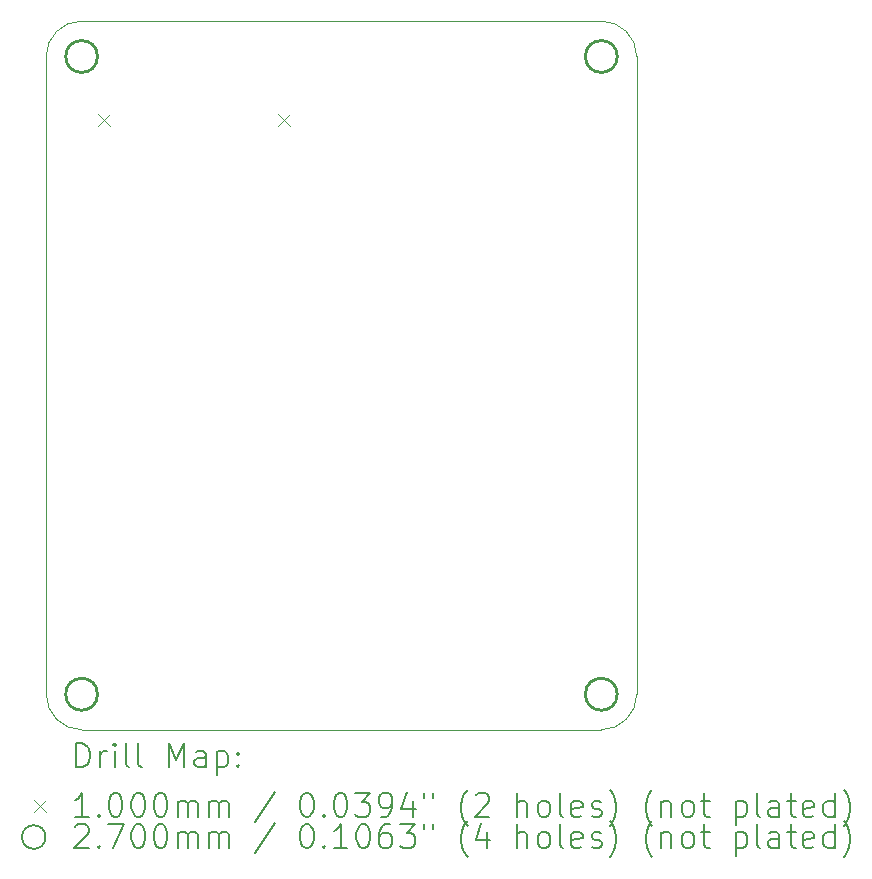
<source format=gbr>
%TF.GenerationSoftware,KiCad,Pcbnew,7.0.5*%
%TF.CreationDate,2023-08-09T22:54:27+08:00*%
%TF.ProjectId,taiko_vibrator,7461696b-6f5f-4766-9962-7261746f722e,rev?*%
%TF.SameCoordinates,PX4524320PY42c1d80*%
%TF.FileFunction,Drillmap*%
%TF.FilePolarity,Positive*%
%FSLAX45Y45*%
G04 Gerber Fmt 4.5, Leading zero omitted, Abs format (unit mm)*
G04 Created by KiCad (PCBNEW 7.0.5) date 2023-08-09 22:54:27*
%MOMM*%
%LPD*%
G01*
G04 APERTURE LIST*
%ADD10C,0.100000*%
%ADD11C,0.200000*%
%ADD12C,0.270000*%
G04 APERTURE END LIST*
D10*
X2200000Y-3000000D02*
G75*
G03*
X2500000Y-2700000I0J300000D01*
G01*
X-2500000Y-2700000D02*
X-2500000Y2700000D01*
X2500000Y2700000D02*
G75*
G03*
X2200000Y3000000I-300000J0D01*
G01*
X2200000Y-3000000D02*
X-2200000Y-3000000D01*
X-2200000Y3000000D02*
G75*
G03*
X-2500000Y2700000I0J-300000D01*
G01*
X-2500000Y-2700000D02*
G75*
G03*
X-2200000Y-3000000I300000J0D01*
G01*
X-2200000Y3000000D02*
X2200000Y3000000D01*
X2500000Y2700000D02*
X2500000Y-2700000D01*
D11*
D10*
X-2061000Y2209000D02*
X-1961000Y2109000D01*
X-1961000Y2209000D02*
X-2061000Y2109000D01*
X-537000Y2209000D02*
X-437000Y2109000D01*
X-437000Y2209000D02*
X-537000Y2109000D01*
D12*
X-2065000Y2700000D02*
G75*
G03*
X-2065000Y2700000I-135000J0D01*
G01*
X-2065000Y-2700000D02*
G75*
G03*
X-2065000Y-2700000I-135000J0D01*
G01*
X2335000Y2700000D02*
G75*
G03*
X2335000Y2700000I-135000J0D01*
G01*
X2335000Y-2700000D02*
G75*
G03*
X2335000Y-2700000I-135000J0D01*
G01*
D11*
X-2244223Y-3316484D02*
X-2244223Y-3116484D01*
X-2244223Y-3116484D02*
X-2196604Y-3116484D01*
X-2196604Y-3116484D02*
X-2168033Y-3126008D01*
X-2168033Y-3126008D02*
X-2148985Y-3145055D01*
X-2148985Y-3145055D02*
X-2139461Y-3164103D01*
X-2139461Y-3164103D02*
X-2129938Y-3202198D01*
X-2129938Y-3202198D02*
X-2129938Y-3230769D01*
X-2129938Y-3230769D02*
X-2139461Y-3268865D01*
X-2139461Y-3268865D02*
X-2148985Y-3287912D01*
X-2148985Y-3287912D02*
X-2168033Y-3306960D01*
X-2168033Y-3306960D02*
X-2196604Y-3316484D01*
X-2196604Y-3316484D02*
X-2244223Y-3316484D01*
X-2044223Y-3316484D02*
X-2044223Y-3183150D01*
X-2044223Y-3221246D02*
X-2034699Y-3202198D01*
X-2034699Y-3202198D02*
X-2025176Y-3192674D01*
X-2025176Y-3192674D02*
X-2006128Y-3183150D01*
X-2006128Y-3183150D02*
X-1987080Y-3183150D01*
X-1920414Y-3316484D02*
X-1920414Y-3183150D01*
X-1920414Y-3116484D02*
X-1929937Y-3126008D01*
X-1929937Y-3126008D02*
X-1920414Y-3135531D01*
X-1920414Y-3135531D02*
X-1910890Y-3126008D01*
X-1910890Y-3126008D02*
X-1920414Y-3116484D01*
X-1920414Y-3116484D02*
X-1920414Y-3135531D01*
X-1796604Y-3316484D02*
X-1815652Y-3306960D01*
X-1815652Y-3306960D02*
X-1825176Y-3287912D01*
X-1825176Y-3287912D02*
X-1825176Y-3116484D01*
X-1691842Y-3316484D02*
X-1710890Y-3306960D01*
X-1710890Y-3306960D02*
X-1720414Y-3287912D01*
X-1720414Y-3287912D02*
X-1720414Y-3116484D01*
X-1463271Y-3316484D02*
X-1463271Y-3116484D01*
X-1463271Y-3116484D02*
X-1396604Y-3259341D01*
X-1396604Y-3259341D02*
X-1329938Y-3116484D01*
X-1329938Y-3116484D02*
X-1329938Y-3316484D01*
X-1148985Y-3316484D02*
X-1148985Y-3211722D01*
X-1148985Y-3211722D02*
X-1158509Y-3192674D01*
X-1158509Y-3192674D02*
X-1177557Y-3183150D01*
X-1177557Y-3183150D02*
X-1215652Y-3183150D01*
X-1215652Y-3183150D02*
X-1234699Y-3192674D01*
X-1148985Y-3306960D02*
X-1168033Y-3316484D01*
X-1168033Y-3316484D02*
X-1215652Y-3316484D01*
X-1215652Y-3316484D02*
X-1234699Y-3306960D01*
X-1234699Y-3306960D02*
X-1244223Y-3287912D01*
X-1244223Y-3287912D02*
X-1244223Y-3268865D01*
X-1244223Y-3268865D02*
X-1234699Y-3249817D01*
X-1234699Y-3249817D02*
X-1215652Y-3240293D01*
X-1215652Y-3240293D02*
X-1168033Y-3240293D01*
X-1168033Y-3240293D02*
X-1148985Y-3230769D01*
X-1053747Y-3183150D02*
X-1053747Y-3383150D01*
X-1053747Y-3192674D02*
X-1034699Y-3183150D01*
X-1034699Y-3183150D02*
X-996604Y-3183150D01*
X-996604Y-3183150D02*
X-977556Y-3192674D01*
X-977556Y-3192674D02*
X-968033Y-3202198D01*
X-968033Y-3202198D02*
X-958509Y-3221246D01*
X-958509Y-3221246D02*
X-958509Y-3278388D01*
X-958509Y-3278388D02*
X-968033Y-3297436D01*
X-968033Y-3297436D02*
X-977556Y-3306960D01*
X-977556Y-3306960D02*
X-996604Y-3316484D01*
X-996604Y-3316484D02*
X-1034699Y-3316484D01*
X-1034699Y-3316484D02*
X-1053747Y-3306960D01*
X-872795Y-3297436D02*
X-863271Y-3306960D01*
X-863271Y-3306960D02*
X-872795Y-3316484D01*
X-872795Y-3316484D02*
X-882318Y-3306960D01*
X-882318Y-3306960D02*
X-872795Y-3297436D01*
X-872795Y-3297436D02*
X-872795Y-3316484D01*
X-872795Y-3192674D02*
X-863271Y-3202198D01*
X-863271Y-3202198D02*
X-872795Y-3211722D01*
X-872795Y-3211722D02*
X-882318Y-3202198D01*
X-882318Y-3202198D02*
X-872795Y-3192674D01*
X-872795Y-3192674D02*
X-872795Y-3211722D01*
D10*
X-2605000Y-3595000D02*
X-2505000Y-3695000D01*
X-2505000Y-3595000D02*
X-2605000Y-3695000D01*
D11*
X-2139461Y-3736484D02*
X-2253747Y-3736484D01*
X-2196604Y-3736484D02*
X-2196604Y-3536484D01*
X-2196604Y-3536484D02*
X-2215652Y-3565055D01*
X-2215652Y-3565055D02*
X-2234699Y-3584103D01*
X-2234699Y-3584103D02*
X-2253747Y-3593627D01*
X-2053747Y-3717436D02*
X-2044223Y-3726960D01*
X-2044223Y-3726960D02*
X-2053747Y-3736484D01*
X-2053747Y-3736484D02*
X-2063271Y-3726960D01*
X-2063271Y-3726960D02*
X-2053747Y-3717436D01*
X-2053747Y-3717436D02*
X-2053747Y-3736484D01*
X-1920414Y-3536484D02*
X-1901366Y-3536484D01*
X-1901366Y-3536484D02*
X-1882318Y-3546008D01*
X-1882318Y-3546008D02*
X-1872795Y-3555531D01*
X-1872795Y-3555531D02*
X-1863271Y-3574579D01*
X-1863271Y-3574579D02*
X-1853747Y-3612674D01*
X-1853747Y-3612674D02*
X-1853747Y-3660293D01*
X-1853747Y-3660293D02*
X-1863271Y-3698388D01*
X-1863271Y-3698388D02*
X-1872795Y-3717436D01*
X-1872795Y-3717436D02*
X-1882318Y-3726960D01*
X-1882318Y-3726960D02*
X-1901366Y-3736484D01*
X-1901366Y-3736484D02*
X-1920414Y-3736484D01*
X-1920414Y-3736484D02*
X-1939461Y-3726960D01*
X-1939461Y-3726960D02*
X-1948985Y-3717436D01*
X-1948985Y-3717436D02*
X-1958509Y-3698388D01*
X-1958509Y-3698388D02*
X-1968033Y-3660293D01*
X-1968033Y-3660293D02*
X-1968033Y-3612674D01*
X-1968033Y-3612674D02*
X-1958509Y-3574579D01*
X-1958509Y-3574579D02*
X-1948985Y-3555531D01*
X-1948985Y-3555531D02*
X-1939461Y-3546008D01*
X-1939461Y-3546008D02*
X-1920414Y-3536484D01*
X-1729937Y-3536484D02*
X-1710890Y-3536484D01*
X-1710890Y-3536484D02*
X-1691842Y-3546008D01*
X-1691842Y-3546008D02*
X-1682318Y-3555531D01*
X-1682318Y-3555531D02*
X-1672795Y-3574579D01*
X-1672795Y-3574579D02*
X-1663271Y-3612674D01*
X-1663271Y-3612674D02*
X-1663271Y-3660293D01*
X-1663271Y-3660293D02*
X-1672795Y-3698388D01*
X-1672795Y-3698388D02*
X-1682318Y-3717436D01*
X-1682318Y-3717436D02*
X-1691842Y-3726960D01*
X-1691842Y-3726960D02*
X-1710890Y-3736484D01*
X-1710890Y-3736484D02*
X-1729937Y-3736484D01*
X-1729937Y-3736484D02*
X-1748985Y-3726960D01*
X-1748985Y-3726960D02*
X-1758509Y-3717436D01*
X-1758509Y-3717436D02*
X-1768033Y-3698388D01*
X-1768033Y-3698388D02*
X-1777556Y-3660293D01*
X-1777556Y-3660293D02*
X-1777556Y-3612674D01*
X-1777556Y-3612674D02*
X-1768033Y-3574579D01*
X-1768033Y-3574579D02*
X-1758509Y-3555531D01*
X-1758509Y-3555531D02*
X-1748985Y-3546008D01*
X-1748985Y-3546008D02*
X-1729937Y-3536484D01*
X-1539461Y-3536484D02*
X-1520414Y-3536484D01*
X-1520414Y-3536484D02*
X-1501366Y-3546008D01*
X-1501366Y-3546008D02*
X-1491842Y-3555531D01*
X-1491842Y-3555531D02*
X-1482318Y-3574579D01*
X-1482318Y-3574579D02*
X-1472795Y-3612674D01*
X-1472795Y-3612674D02*
X-1472795Y-3660293D01*
X-1472795Y-3660293D02*
X-1482318Y-3698388D01*
X-1482318Y-3698388D02*
X-1491842Y-3717436D01*
X-1491842Y-3717436D02*
X-1501366Y-3726960D01*
X-1501366Y-3726960D02*
X-1520414Y-3736484D01*
X-1520414Y-3736484D02*
X-1539461Y-3736484D01*
X-1539461Y-3736484D02*
X-1558509Y-3726960D01*
X-1558509Y-3726960D02*
X-1568033Y-3717436D01*
X-1568033Y-3717436D02*
X-1577556Y-3698388D01*
X-1577556Y-3698388D02*
X-1587080Y-3660293D01*
X-1587080Y-3660293D02*
X-1587080Y-3612674D01*
X-1587080Y-3612674D02*
X-1577556Y-3574579D01*
X-1577556Y-3574579D02*
X-1568033Y-3555531D01*
X-1568033Y-3555531D02*
X-1558509Y-3546008D01*
X-1558509Y-3546008D02*
X-1539461Y-3536484D01*
X-1387080Y-3736484D02*
X-1387080Y-3603150D01*
X-1387080Y-3622198D02*
X-1377557Y-3612674D01*
X-1377557Y-3612674D02*
X-1358509Y-3603150D01*
X-1358509Y-3603150D02*
X-1329937Y-3603150D01*
X-1329937Y-3603150D02*
X-1310890Y-3612674D01*
X-1310890Y-3612674D02*
X-1301366Y-3631722D01*
X-1301366Y-3631722D02*
X-1301366Y-3736484D01*
X-1301366Y-3631722D02*
X-1291842Y-3612674D01*
X-1291842Y-3612674D02*
X-1272795Y-3603150D01*
X-1272795Y-3603150D02*
X-1244223Y-3603150D01*
X-1244223Y-3603150D02*
X-1225176Y-3612674D01*
X-1225176Y-3612674D02*
X-1215652Y-3631722D01*
X-1215652Y-3631722D02*
X-1215652Y-3736484D01*
X-1120414Y-3736484D02*
X-1120414Y-3603150D01*
X-1120414Y-3622198D02*
X-1110890Y-3612674D01*
X-1110890Y-3612674D02*
X-1091842Y-3603150D01*
X-1091842Y-3603150D02*
X-1063271Y-3603150D01*
X-1063271Y-3603150D02*
X-1044223Y-3612674D01*
X-1044223Y-3612674D02*
X-1034699Y-3631722D01*
X-1034699Y-3631722D02*
X-1034699Y-3736484D01*
X-1034699Y-3631722D02*
X-1025175Y-3612674D01*
X-1025175Y-3612674D02*
X-1006128Y-3603150D01*
X-1006128Y-3603150D02*
X-977556Y-3603150D01*
X-977556Y-3603150D02*
X-958509Y-3612674D01*
X-958509Y-3612674D02*
X-948985Y-3631722D01*
X-948985Y-3631722D02*
X-948985Y-3736484D01*
X-558509Y-3526960D02*
X-729937Y-3784103D01*
X-301366Y-3536484D02*
X-282318Y-3536484D01*
X-282318Y-3536484D02*
X-263271Y-3546008D01*
X-263271Y-3546008D02*
X-253747Y-3555531D01*
X-253747Y-3555531D02*
X-244223Y-3574579D01*
X-244223Y-3574579D02*
X-234699Y-3612674D01*
X-234699Y-3612674D02*
X-234699Y-3660293D01*
X-234699Y-3660293D02*
X-244223Y-3698388D01*
X-244223Y-3698388D02*
X-253747Y-3717436D01*
X-253747Y-3717436D02*
X-263271Y-3726960D01*
X-263271Y-3726960D02*
X-282318Y-3736484D01*
X-282318Y-3736484D02*
X-301366Y-3736484D01*
X-301366Y-3736484D02*
X-320414Y-3726960D01*
X-320414Y-3726960D02*
X-329937Y-3717436D01*
X-329937Y-3717436D02*
X-339461Y-3698388D01*
X-339461Y-3698388D02*
X-348985Y-3660293D01*
X-348985Y-3660293D02*
X-348985Y-3612674D01*
X-348985Y-3612674D02*
X-339461Y-3574579D01*
X-339461Y-3574579D02*
X-329937Y-3555531D01*
X-329937Y-3555531D02*
X-320414Y-3546008D01*
X-320414Y-3546008D02*
X-301366Y-3536484D01*
X-148985Y-3717436D02*
X-139461Y-3726960D01*
X-139461Y-3726960D02*
X-148985Y-3736484D01*
X-148985Y-3736484D02*
X-158509Y-3726960D01*
X-158509Y-3726960D02*
X-148985Y-3717436D01*
X-148985Y-3717436D02*
X-148985Y-3736484D01*
X-15652Y-3536484D02*
X3396Y-3536484D01*
X3396Y-3536484D02*
X22444Y-3546008D01*
X22444Y-3546008D02*
X31967Y-3555531D01*
X31967Y-3555531D02*
X41491Y-3574579D01*
X41491Y-3574579D02*
X51015Y-3612674D01*
X51015Y-3612674D02*
X51015Y-3660293D01*
X51015Y-3660293D02*
X41491Y-3698388D01*
X41491Y-3698388D02*
X31967Y-3717436D01*
X31967Y-3717436D02*
X22444Y-3726960D01*
X22444Y-3726960D02*
X3396Y-3736484D01*
X3396Y-3736484D02*
X-15652Y-3736484D01*
X-15652Y-3736484D02*
X-34699Y-3726960D01*
X-34699Y-3726960D02*
X-44223Y-3717436D01*
X-44223Y-3717436D02*
X-53747Y-3698388D01*
X-53747Y-3698388D02*
X-63271Y-3660293D01*
X-63271Y-3660293D02*
X-63271Y-3612674D01*
X-63271Y-3612674D02*
X-53747Y-3574579D01*
X-53747Y-3574579D02*
X-44223Y-3555531D01*
X-44223Y-3555531D02*
X-34699Y-3546008D01*
X-34699Y-3546008D02*
X-15652Y-3536484D01*
X117682Y-3536484D02*
X241491Y-3536484D01*
X241491Y-3536484D02*
X174825Y-3612674D01*
X174825Y-3612674D02*
X203396Y-3612674D01*
X203396Y-3612674D02*
X222444Y-3622198D01*
X222444Y-3622198D02*
X231967Y-3631722D01*
X231967Y-3631722D02*
X241491Y-3650769D01*
X241491Y-3650769D02*
X241491Y-3698388D01*
X241491Y-3698388D02*
X231967Y-3717436D01*
X231967Y-3717436D02*
X222444Y-3726960D01*
X222444Y-3726960D02*
X203396Y-3736484D01*
X203396Y-3736484D02*
X146253Y-3736484D01*
X146253Y-3736484D02*
X127206Y-3726960D01*
X127206Y-3726960D02*
X117682Y-3717436D01*
X336729Y-3736484D02*
X374825Y-3736484D01*
X374825Y-3736484D02*
X393872Y-3726960D01*
X393872Y-3726960D02*
X403396Y-3717436D01*
X403396Y-3717436D02*
X422444Y-3688865D01*
X422444Y-3688865D02*
X431967Y-3650769D01*
X431967Y-3650769D02*
X431967Y-3574579D01*
X431967Y-3574579D02*
X422444Y-3555531D01*
X422444Y-3555531D02*
X412920Y-3546008D01*
X412920Y-3546008D02*
X393872Y-3536484D01*
X393872Y-3536484D02*
X355777Y-3536484D01*
X355777Y-3536484D02*
X336729Y-3546008D01*
X336729Y-3546008D02*
X327206Y-3555531D01*
X327206Y-3555531D02*
X317682Y-3574579D01*
X317682Y-3574579D02*
X317682Y-3622198D01*
X317682Y-3622198D02*
X327206Y-3641246D01*
X327206Y-3641246D02*
X336729Y-3650769D01*
X336729Y-3650769D02*
X355777Y-3660293D01*
X355777Y-3660293D02*
X393872Y-3660293D01*
X393872Y-3660293D02*
X412920Y-3650769D01*
X412920Y-3650769D02*
X422444Y-3641246D01*
X422444Y-3641246D02*
X431967Y-3622198D01*
X603396Y-3603150D02*
X603396Y-3736484D01*
X555777Y-3526960D02*
X508158Y-3669817D01*
X508158Y-3669817D02*
X631968Y-3669817D01*
X698634Y-3536484D02*
X698634Y-3574579D01*
X774825Y-3536484D02*
X774825Y-3574579D01*
X1070063Y-3812674D02*
X1060539Y-3803150D01*
X1060539Y-3803150D02*
X1041491Y-3774579D01*
X1041491Y-3774579D02*
X1031968Y-3755531D01*
X1031968Y-3755531D02*
X1022444Y-3726960D01*
X1022444Y-3726960D02*
X1012920Y-3679341D01*
X1012920Y-3679341D02*
X1012920Y-3641246D01*
X1012920Y-3641246D02*
X1022444Y-3593627D01*
X1022444Y-3593627D02*
X1031968Y-3565055D01*
X1031968Y-3565055D02*
X1041491Y-3546008D01*
X1041491Y-3546008D02*
X1060539Y-3517436D01*
X1060539Y-3517436D02*
X1070063Y-3507912D01*
X1136730Y-3555531D02*
X1146253Y-3546008D01*
X1146253Y-3546008D02*
X1165301Y-3536484D01*
X1165301Y-3536484D02*
X1212920Y-3536484D01*
X1212920Y-3536484D02*
X1231968Y-3546008D01*
X1231968Y-3546008D02*
X1241491Y-3555531D01*
X1241491Y-3555531D02*
X1251015Y-3574579D01*
X1251015Y-3574579D02*
X1251015Y-3593627D01*
X1251015Y-3593627D02*
X1241491Y-3622198D01*
X1241491Y-3622198D02*
X1127206Y-3736484D01*
X1127206Y-3736484D02*
X1251015Y-3736484D01*
X1489110Y-3736484D02*
X1489110Y-3536484D01*
X1574825Y-3736484D02*
X1574825Y-3631722D01*
X1574825Y-3631722D02*
X1565301Y-3612674D01*
X1565301Y-3612674D02*
X1546253Y-3603150D01*
X1546253Y-3603150D02*
X1517682Y-3603150D01*
X1517682Y-3603150D02*
X1498634Y-3612674D01*
X1498634Y-3612674D02*
X1489110Y-3622198D01*
X1698634Y-3736484D02*
X1679587Y-3726960D01*
X1679587Y-3726960D02*
X1670063Y-3717436D01*
X1670063Y-3717436D02*
X1660539Y-3698388D01*
X1660539Y-3698388D02*
X1660539Y-3641246D01*
X1660539Y-3641246D02*
X1670063Y-3622198D01*
X1670063Y-3622198D02*
X1679587Y-3612674D01*
X1679587Y-3612674D02*
X1698634Y-3603150D01*
X1698634Y-3603150D02*
X1727206Y-3603150D01*
X1727206Y-3603150D02*
X1746253Y-3612674D01*
X1746253Y-3612674D02*
X1755777Y-3622198D01*
X1755777Y-3622198D02*
X1765301Y-3641246D01*
X1765301Y-3641246D02*
X1765301Y-3698388D01*
X1765301Y-3698388D02*
X1755777Y-3717436D01*
X1755777Y-3717436D02*
X1746253Y-3726960D01*
X1746253Y-3726960D02*
X1727206Y-3736484D01*
X1727206Y-3736484D02*
X1698634Y-3736484D01*
X1879587Y-3736484D02*
X1860539Y-3726960D01*
X1860539Y-3726960D02*
X1851015Y-3707912D01*
X1851015Y-3707912D02*
X1851015Y-3536484D01*
X2031968Y-3726960D02*
X2012920Y-3736484D01*
X2012920Y-3736484D02*
X1974825Y-3736484D01*
X1974825Y-3736484D02*
X1955777Y-3726960D01*
X1955777Y-3726960D02*
X1946253Y-3707912D01*
X1946253Y-3707912D02*
X1946253Y-3631722D01*
X1946253Y-3631722D02*
X1955777Y-3612674D01*
X1955777Y-3612674D02*
X1974825Y-3603150D01*
X1974825Y-3603150D02*
X2012920Y-3603150D01*
X2012920Y-3603150D02*
X2031968Y-3612674D01*
X2031968Y-3612674D02*
X2041491Y-3631722D01*
X2041491Y-3631722D02*
X2041491Y-3650769D01*
X2041491Y-3650769D02*
X1946253Y-3669817D01*
X2117682Y-3726960D02*
X2136730Y-3736484D01*
X2136730Y-3736484D02*
X2174825Y-3736484D01*
X2174825Y-3736484D02*
X2193873Y-3726960D01*
X2193873Y-3726960D02*
X2203396Y-3707912D01*
X2203396Y-3707912D02*
X2203396Y-3698388D01*
X2203396Y-3698388D02*
X2193873Y-3679341D01*
X2193873Y-3679341D02*
X2174825Y-3669817D01*
X2174825Y-3669817D02*
X2146253Y-3669817D01*
X2146253Y-3669817D02*
X2127206Y-3660293D01*
X2127206Y-3660293D02*
X2117682Y-3641246D01*
X2117682Y-3641246D02*
X2117682Y-3631722D01*
X2117682Y-3631722D02*
X2127206Y-3612674D01*
X2127206Y-3612674D02*
X2146253Y-3603150D01*
X2146253Y-3603150D02*
X2174825Y-3603150D01*
X2174825Y-3603150D02*
X2193873Y-3612674D01*
X2270063Y-3812674D02*
X2279587Y-3803150D01*
X2279587Y-3803150D02*
X2298634Y-3774579D01*
X2298634Y-3774579D02*
X2308158Y-3755531D01*
X2308158Y-3755531D02*
X2317682Y-3726960D01*
X2317682Y-3726960D02*
X2327206Y-3679341D01*
X2327206Y-3679341D02*
X2327206Y-3641246D01*
X2327206Y-3641246D02*
X2317682Y-3593627D01*
X2317682Y-3593627D02*
X2308158Y-3565055D01*
X2308158Y-3565055D02*
X2298634Y-3546008D01*
X2298634Y-3546008D02*
X2279587Y-3517436D01*
X2279587Y-3517436D02*
X2270063Y-3507912D01*
X2631968Y-3812674D02*
X2622444Y-3803150D01*
X2622444Y-3803150D02*
X2603396Y-3774579D01*
X2603396Y-3774579D02*
X2593873Y-3755531D01*
X2593873Y-3755531D02*
X2584349Y-3726960D01*
X2584349Y-3726960D02*
X2574825Y-3679341D01*
X2574825Y-3679341D02*
X2574825Y-3641246D01*
X2574825Y-3641246D02*
X2584349Y-3593627D01*
X2584349Y-3593627D02*
X2593873Y-3565055D01*
X2593873Y-3565055D02*
X2603396Y-3546008D01*
X2603396Y-3546008D02*
X2622444Y-3517436D01*
X2622444Y-3517436D02*
X2631968Y-3507912D01*
X2708158Y-3603150D02*
X2708158Y-3736484D01*
X2708158Y-3622198D02*
X2717682Y-3612674D01*
X2717682Y-3612674D02*
X2736730Y-3603150D01*
X2736730Y-3603150D02*
X2765301Y-3603150D01*
X2765301Y-3603150D02*
X2784349Y-3612674D01*
X2784349Y-3612674D02*
X2793873Y-3631722D01*
X2793873Y-3631722D02*
X2793873Y-3736484D01*
X2917682Y-3736484D02*
X2898634Y-3726960D01*
X2898634Y-3726960D02*
X2889111Y-3717436D01*
X2889111Y-3717436D02*
X2879587Y-3698388D01*
X2879587Y-3698388D02*
X2879587Y-3641246D01*
X2879587Y-3641246D02*
X2889111Y-3622198D01*
X2889111Y-3622198D02*
X2898634Y-3612674D01*
X2898634Y-3612674D02*
X2917682Y-3603150D01*
X2917682Y-3603150D02*
X2946253Y-3603150D01*
X2946253Y-3603150D02*
X2965301Y-3612674D01*
X2965301Y-3612674D02*
X2974825Y-3622198D01*
X2974825Y-3622198D02*
X2984349Y-3641246D01*
X2984349Y-3641246D02*
X2984349Y-3698388D01*
X2984349Y-3698388D02*
X2974825Y-3717436D01*
X2974825Y-3717436D02*
X2965301Y-3726960D01*
X2965301Y-3726960D02*
X2946253Y-3736484D01*
X2946253Y-3736484D02*
X2917682Y-3736484D01*
X3041492Y-3603150D02*
X3117682Y-3603150D01*
X3070063Y-3536484D02*
X3070063Y-3707912D01*
X3070063Y-3707912D02*
X3079587Y-3726960D01*
X3079587Y-3726960D02*
X3098634Y-3736484D01*
X3098634Y-3736484D02*
X3117682Y-3736484D01*
X3336730Y-3603150D02*
X3336730Y-3803150D01*
X3336730Y-3612674D02*
X3355777Y-3603150D01*
X3355777Y-3603150D02*
X3393873Y-3603150D01*
X3393873Y-3603150D02*
X3412920Y-3612674D01*
X3412920Y-3612674D02*
X3422444Y-3622198D01*
X3422444Y-3622198D02*
X3431968Y-3641246D01*
X3431968Y-3641246D02*
X3431968Y-3698388D01*
X3431968Y-3698388D02*
X3422444Y-3717436D01*
X3422444Y-3717436D02*
X3412920Y-3726960D01*
X3412920Y-3726960D02*
X3393873Y-3736484D01*
X3393873Y-3736484D02*
X3355777Y-3736484D01*
X3355777Y-3736484D02*
X3336730Y-3726960D01*
X3546253Y-3736484D02*
X3527206Y-3726960D01*
X3527206Y-3726960D02*
X3517682Y-3707912D01*
X3517682Y-3707912D02*
X3517682Y-3536484D01*
X3708158Y-3736484D02*
X3708158Y-3631722D01*
X3708158Y-3631722D02*
X3698634Y-3612674D01*
X3698634Y-3612674D02*
X3679587Y-3603150D01*
X3679587Y-3603150D02*
X3641492Y-3603150D01*
X3641492Y-3603150D02*
X3622444Y-3612674D01*
X3708158Y-3726960D02*
X3689111Y-3736484D01*
X3689111Y-3736484D02*
X3641492Y-3736484D01*
X3641492Y-3736484D02*
X3622444Y-3726960D01*
X3622444Y-3726960D02*
X3612920Y-3707912D01*
X3612920Y-3707912D02*
X3612920Y-3688865D01*
X3612920Y-3688865D02*
X3622444Y-3669817D01*
X3622444Y-3669817D02*
X3641492Y-3660293D01*
X3641492Y-3660293D02*
X3689111Y-3660293D01*
X3689111Y-3660293D02*
X3708158Y-3650769D01*
X3774825Y-3603150D02*
X3851015Y-3603150D01*
X3803396Y-3536484D02*
X3803396Y-3707912D01*
X3803396Y-3707912D02*
X3812920Y-3726960D01*
X3812920Y-3726960D02*
X3831968Y-3736484D01*
X3831968Y-3736484D02*
X3851015Y-3736484D01*
X3993873Y-3726960D02*
X3974825Y-3736484D01*
X3974825Y-3736484D02*
X3936730Y-3736484D01*
X3936730Y-3736484D02*
X3917682Y-3726960D01*
X3917682Y-3726960D02*
X3908158Y-3707912D01*
X3908158Y-3707912D02*
X3908158Y-3631722D01*
X3908158Y-3631722D02*
X3917682Y-3612674D01*
X3917682Y-3612674D02*
X3936730Y-3603150D01*
X3936730Y-3603150D02*
X3974825Y-3603150D01*
X3974825Y-3603150D02*
X3993873Y-3612674D01*
X3993873Y-3612674D02*
X4003396Y-3631722D01*
X4003396Y-3631722D02*
X4003396Y-3650769D01*
X4003396Y-3650769D02*
X3908158Y-3669817D01*
X4174825Y-3736484D02*
X4174825Y-3536484D01*
X4174825Y-3726960D02*
X4155777Y-3736484D01*
X4155777Y-3736484D02*
X4117682Y-3736484D01*
X4117682Y-3736484D02*
X4098634Y-3726960D01*
X4098634Y-3726960D02*
X4089111Y-3717436D01*
X4089111Y-3717436D02*
X4079587Y-3698388D01*
X4079587Y-3698388D02*
X4079587Y-3641246D01*
X4079587Y-3641246D02*
X4089111Y-3622198D01*
X4089111Y-3622198D02*
X4098634Y-3612674D01*
X4098634Y-3612674D02*
X4117682Y-3603150D01*
X4117682Y-3603150D02*
X4155777Y-3603150D01*
X4155777Y-3603150D02*
X4174825Y-3612674D01*
X4251016Y-3812674D02*
X4260539Y-3803150D01*
X4260539Y-3803150D02*
X4279587Y-3774579D01*
X4279587Y-3774579D02*
X4289111Y-3755531D01*
X4289111Y-3755531D02*
X4298635Y-3726960D01*
X4298635Y-3726960D02*
X4308158Y-3679341D01*
X4308158Y-3679341D02*
X4308158Y-3641246D01*
X4308158Y-3641246D02*
X4298635Y-3593627D01*
X4298635Y-3593627D02*
X4289111Y-3565055D01*
X4289111Y-3565055D02*
X4279587Y-3546008D01*
X4279587Y-3546008D02*
X4260539Y-3517436D01*
X4260539Y-3517436D02*
X4251016Y-3507912D01*
X-2505000Y-3909000D02*
G75*
G03*
X-2505000Y-3909000I-100000J0D01*
G01*
X-2253747Y-3819531D02*
X-2244223Y-3810008D01*
X-2244223Y-3810008D02*
X-2225176Y-3800484D01*
X-2225176Y-3800484D02*
X-2177557Y-3800484D01*
X-2177557Y-3800484D02*
X-2158509Y-3810008D01*
X-2158509Y-3810008D02*
X-2148985Y-3819531D01*
X-2148985Y-3819531D02*
X-2139461Y-3838579D01*
X-2139461Y-3838579D02*
X-2139461Y-3857627D01*
X-2139461Y-3857627D02*
X-2148985Y-3886198D01*
X-2148985Y-3886198D02*
X-2263271Y-4000484D01*
X-2263271Y-4000484D02*
X-2139461Y-4000484D01*
X-2053747Y-3981436D02*
X-2044223Y-3990960D01*
X-2044223Y-3990960D02*
X-2053747Y-4000484D01*
X-2053747Y-4000484D02*
X-2063271Y-3990960D01*
X-2063271Y-3990960D02*
X-2053747Y-3981436D01*
X-2053747Y-3981436D02*
X-2053747Y-4000484D01*
X-1977556Y-3800484D02*
X-1844223Y-3800484D01*
X-1844223Y-3800484D02*
X-1929937Y-4000484D01*
X-1729937Y-3800484D02*
X-1710890Y-3800484D01*
X-1710890Y-3800484D02*
X-1691842Y-3810008D01*
X-1691842Y-3810008D02*
X-1682318Y-3819531D01*
X-1682318Y-3819531D02*
X-1672795Y-3838579D01*
X-1672795Y-3838579D02*
X-1663271Y-3876674D01*
X-1663271Y-3876674D02*
X-1663271Y-3924293D01*
X-1663271Y-3924293D02*
X-1672795Y-3962388D01*
X-1672795Y-3962388D02*
X-1682318Y-3981436D01*
X-1682318Y-3981436D02*
X-1691842Y-3990960D01*
X-1691842Y-3990960D02*
X-1710890Y-4000484D01*
X-1710890Y-4000484D02*
X-1729937Y-4000484D01*
X-1729937Y-4000484D02*
X-1748985Y-3990960D01*
X-1748985Y-3990960D02*
X-1758509Y-3981436D01*
X-1758509Y-3981436D02*
X-1768033Y-3962388D01*
X-1768033Y-3962388D02*
X-1777556Y-3924293D01*
X-1777556Y-3924293D02*
X-1777556Y-3876674D01*
X-1777556Y-3876674D02*
X-1768033Y-3838579D01*
X-1768033Y-3838579D02*
X-1758509Y-3819531D01*
X-1758509Y-3819531D02*
X-1748985Y-3810008D01*
X-1748985Y-3810008D02*
X-1729937Y-3800484D01*
X-1539461Y-3800484D02*
X-1520414Y-3800484D01*
X-1520414Y-3800484D02*
X-1501366Y-3810008D01*
X-1501366Y-3810008D02*
X-1491842Y-3819531D01*
X-1491842Y-3819531D02*
X-1482318Y-3838579D01*
X-1482318Y-3838579D02*
X-1472795Y-3876674D01*
X-1472795Y-3876674D02*
X-1472795Y-3924293D01*
X-1472795Y-3924293D02*
X-1482318Y-3962388D01*
X-1482318Y-3962388D02*
X-1491842Y-3981436D01*
X-1491842Y-3981436D02*
X-1501366Y-3990960D01*
X-1501366Y-3990960D02*
X-1520414Y-4000484D01*
X-1520414Y-4000484D02*
X-1539461Y-4000484D01*
X-1539461Y-4000484D02*
X-1558509Y-3990960D01*
X-1558509Y-3990960D02*
X-1568033Y-3981436D01*
X-1568033Y-3981436D02*
X-1577556Y-3962388D01*
X-1577556Y-3962388D02*
X-1587080Y-3924293D01*
X-1587080Y-3924293D02*
X-1587080Y-3876674D01*
X-1587080Y-3876674D02*
X-1577556Y-3838579D01*
X-1577556Y-3838579D02*
X-1568033Y-3819531D01*
X-1568033Y-3819531D02*
X-1558509Y-3810008D01*
X-1558509Y-3810008D02*
X-1539461Y-3800484D01*
X-1387080Y-4000484D02*
X-1387080Y-3867150D01*
X-1387080Y-3886198D02*
X-1377557Y-3876674D01*
X-1377557Y-3876674D02*
X-1358509Y-3867150D01*
X-1358509Y-3867150D02*
X-1329937Y-3867150D01*
X-1329937Y-3867150D02*
X-1310890Y-3876674D01*
X-1310890Y-3876674D02*
X-1301366Y-3895722D01*
X-1301366Y-3895722D02*
X-1301366Y-4000484D01*
X-1301366Y-3895722D02*
X-1291842Y-3876674D01*
X-1291842Y-3876674D02*
X-1272795Y-3867150D01*
X-1272795Y-3867150D02*
X-1244223Y-3867150D01*
X-1244223Y-3867150D02*
X-1225176Y-3876674D01*
X-1225176Y-3876674D02*
X-1215652Y-3895722D01*
X-1215652Y-3895722D02*
X-1215652Y-4000484D01*
X-1120414Y-4000484D02*
X-1120414Y-3867150D01*
X-1120414Y-3886198D02*
X-1110890Y-3876674D01*
X-1110890Y-3876674D02*
X-1091842Y-3867150D01*
X-1091842Y-3867150D02*
X-1063271Y-3867150D01*
X-1063271Y-3867150D02*
X-1044223Y-3876674D01*
X-1044223Y-3876674D02*
X-1034699Y-3895722D01*
X-1034699Y-3895722D02*
X-1034699Y-4000484D01*
X-1034699Y-3895722D02*
X-1025175Y-3876674D01*
X-1025175Y-3876674D02*
X-1006128Y-3867150D01*
X-1006128Y-3867150D02*
X-977556Y-3867150D01*
X-977556Y-3867150D02*
X-958509Y-3876674D01*
X-958509Y-3876674D02*
X-948985Y-3895722D01*
X-948985Y-3895722D02*
X-948985Y-4000484D01*
X-558509Y-3790960D02*
X-729937Y-4048103D01*
X-301366Y-3800484D02*
X-282318Y-3800484D01*
X-282318Y-3800484D02*
X-263271Y-3810008D01*
X-263271Y-3810008D02*
X-253747Y-3819531D01*
X-253747Y-3819531D02*
X-244223Y-3838579D01*
X-244223Y-3838579D02*
X-234699Y-3876674D01*
X-234699Y-3876674D02*
X-234699Y-3924293D01*
X-234699Y-3924293D02*
X-244223Y-3962388D01*
X-244223Y-3962388D02*
X-253747Y-3981436D01*
X-253747Y-3981436D02*
X-263271Y-3990960D01*
X-263271Y-3990960D02*
X-282318Y-4000484D01*
X-282318Y-4000484D02*
X-301366Y-4000484D01*
X-301366Y-4000484D02*
X-320414Y-3990960D01*
X-320414Y-3990960D02*
X-329937Y-3981436D01*
X-329937Y-3981436D02*
X-339461Y-3962388D01*
X-339461Y-3962388D02*
X-348985Y-3924293D01*
X-348985Y-3924293D02*
X-348985Y-3876674D01*
X-348985Y-3876674D02*
X-339461Y-3838579D01*
X-339461Y-3838579D02*
X-329937Y-3819531D01*
X-329937Y-3819531D02*
X-320414Y-3810008D01*
X-320414Y-3810008D02*
X-301366Y-3800484D01*
X-148985Y-3981436D02*
X-139461Y-3990960D01*
X-139461Y-3990960D02*
X-148985Y-4000484D01*
X-148985Y-4000484D02*
X-158509Y-3990960D01*
X-158509Y-3990960D02*
X-148985Y-3981436D01*
X-148985Y-3981436D02*
X-148985Y-4000484D01*
X51015Y-4000484D02*
X-63271Y-4000484D01*
X-6128Y-4000484D02*
X-6128Y-3800484D01*
X-6128Y-3800484D02*
X-25175Y-3829055D01*
X-25175Y-3829055D02*
X-44223Y-3848103D01*
X-44223Y-3848103D02*
X-63271Y-3857627D01*
X174825Y-3800484D02*
X193872Y-3800484D01*
X193872Y-3800484D02*
X212920Y-3810008D01*
X212920Y-3810008D02*
X222444Y-3819531D01*
X222444Y-3819531D02*
X231967Y-3838579D01*
X231967Y-3838579D02*
X241491Y-3876674D01*
X241491Y-3876674D02*
X241491Y-3924293D01*
X241491Y-3924293D02*
X231967Y-3962388D01*
X231967Y-3962388D02*
X222444Y-3981436D01*
X222444Y-3981436D02*
X212920Y-3990960D01*
X212920Y-3990960D02*
X193872Y-4000484D01*
X193872Y-4000484D02*
X174825Y-4000484D01*
X174825Y-4000484D02*
X155777Y-3990960D01*
X155777Y-3990960D02*
X146253Y-3981436D01*
X146253Y-3981436D02*
X136729Y-3962388D01*
X136729Y-3962388D02*
X127206Y-3924293D01*
X127206Y-3924293D02*
X127206Y-3876674D01*
X127206Y-3876674D02*
X136729Y-3838579D01*
X136729Y-3838579D02*
X146253Y-3819531D01*
X146253Y-3819531D02*
X155777Y-3810008D01*
X155777Y-3810008D02*
X174825Y-3800484D01*
X412920Y-3800484D02*
X374825Y-3800484D01*
X374825Y-3800484D02*
X355777Y-3810008D01*
X355777Y-3810008D02*
X346253Y-3819531D01*
X346253Y-3819531D02*
X327206Y-3848103D01*
X327206Y-3848103D02*
X317682Y-3886198D01*
X317682Y-3886198D02*
X317682Y-3962388D01*
X317682Y-3962388D02*
X327206Y-3981436D01*
X327206Y-3981436D02*
X336729Y-3990960D01*
X336729Y-3990960D02*
X355777Y-4000484D01*
X355777Y-4000484D02*
X393872Y-4000484D01*
X393872Y-4000484D02*
X412920Y-3990960D01*
X412920Y-3990960D02*
X422444Y-3981436D01*
X422444Y-3981436D02*
X431967Y-3962388D01*
X431967Y-3962388D02*
X431967Y-3914769D01*
X431967Y-3914769D02*
X422444Y-3895722D01*
X422444Y-3895722D02*
X412920Y-3886198D01*
X412920Y-3886198D02*
X393872Y-3876674D01*
X393872Y-3876674D02*
X355777Y-3876674D01*
X355777Y-3876674D02*
X336729Y-3886198D01*
X336729Y-3886198D02*
X327206Y-3895722D01*
X327206Y-3895722D02*
X317682Y-3914769D01*
X498634Y-3800484D02*
X622444Y-3800484D01*
X622444Y-3800484D02*
X555777Y-3876674D01*
X555777Y-3876674D02*
X584349Y-3876674D01*
X584349Y-3876674D02*
X603396Y-3886198D01*
X603396Y-3886198D02*
X612920Y-3895722D01*
X612920Y-3895722D02*
X622444Y-3914769D01*
X622444Y-3914769D02*
X622444Y-3962388D01*
X622444Y-3962388D02*
X612920Y-3981436D01*
X612920Y-3981436D02*
X603396Y-3990960D01*
X603396Y-3990960D02*
X584349Y-4000484D01*
X584349Y-4000484D02*
X527206Y-4000484D01*
X527206Y-4000484D02*
X508158Y-3990960D01*
X508158Y-3990960D02*
X498634Y-3981436D01*
X698634Y-3800484D02*
X698634Y-3838579D01*
X774825Y-3800484D02*
X774825Y-3838579D01*
X1070063Y-4076674D02*
X1060539Y-4067150D01*
X1060539Y-4067150D02*
X1041491Y-4038579D01*
X1041491Y-4038579D02*
X1031968Y-4019531D01*
X1031968Y-4019531D02*
X1022444Y-3990960D01*
X1022444Y-3990960D02*
X1012920Y-3943341D01*
X1012920Y-3943341D02*
X1012920Y-3905246D01*
X1012920Y-3905246D02*
X1022444Y-3857627D01*
X1022444Y-3857627D02*
X1031968Y-3829055D01*
X1031968Y-3829055D02*
X1041491Y-3810008D01*
X1041491Y-3810008D02*
X1060539Y-3781436D01*
X1060539Y-3781436D02*
X1070063Y-3771912D01*
X1231968Y-3867150D02*
X1231968Y-4000484D01*
X1184349Y-3790960D02*
X1136730Y-3933817D01*
X1136730Y-3933817D02*
X1260539Y-3933817D01*
X1489110Y-4000484D02*
X1489110Y-3800484D01*
X1574825Y-4000484D02*
X1574825Y-3895722D01*
X1574825Y-3895722D02*
X1565301Y-3876674D01*
X1565301Y-3876674D02*
X1546253Y-3867150D01*
X1546253Y-3867150D02*
X1517682Y-3867150D01*
X1517682Y-3867150D02*
X1498634Y-3876674D01*
X1498634Y-3876674D02*
X1489110Y-3886198D01*
X1698634Y-4000484D02*
X1679587Y-3990960D01*
X1679587Y-3990960D02*
X1670063Y-3981436D01*
X1670063Y-3981436D02*
X1660539Y-3962388D01*
X1660539Y-3962388D02*
X1660539Y-3905246D01*
X1660539Y-3905246D02*
X1670063Y-3886198D01*
X1670063Y-3886198D02*
X1679587Y-3876674D01*
X1679587Y-3876674D02*
X1698634Y-3867150D01*
X1698634Y-3867150D02*
X1727206Y-3867150D01*
X1727206Y-3867150D02*
X1746253Y-3876674D01*
X1746253Y-3876674D02*
X1755777Y-3886198D01*
X1755777Y-3886198D02*
X1765301Y-3905246D01*
X1765301Y-3905246D02*
X1765301Y-3962388D01*
X1765301Y-3962388D02*
X1755777Y-3981436D01*
X1755777Y-3981436D02*
X1746253Y-3990960D01*
X1746253Y-3990960D02*
X1727206Y-4000484D01*
X1727206Y-4000484D02*
X1698634Y-4000484D01*
X1879587Y-4000484D02*
X1860539Y-3990960D01*
X1860539Y-3990960D02*
X1851015Y-3971912D01*
X1851015Y-3971912D02*
X1851015Y-3800484D01*
X2031968Y-3990960D02*
X2012920Y-4000484D01*
X2012920Y-4000484D02*
X1974825Y-4000484D01*
X1974825Y-4000484D02*
X1955777Y-3990960D01*
X1955777Y-3990960D02*
X1946253Y-3971912D01*
X1946253Y-3971912D02*
X1946253Y-3895722D01*
X1946253Y-3895722D02*
X1955777Y-3876674D01*
X1955777Y-3876674D02*
X1974825Y-3867150D01*
X1974825Y-3867150D02*
X2012920Y-3867150D01*
X2012920Y-3867150D02*
X2031968Y-3876674D01*
X2031968Y-3876674D02*
X2041491Y-3895722D01*
X2041491Y-3895722D02*
X2041491Y-3914769D01*
X2041491Y-3914769D02*
X1946253Y-3933817D01*
X2117682Y-3990960D02*
X2136730Y-4000484D01*
X2136730Y-4000484D02*
X2174825Y-4000484D01*
X2174825Y-4000484D02*
X2193873Y-3990960D01*
X2193873Y-3990960D02*
X2203396Y-3971912D01*
X2203396Y-3971912D02*
X2203396Y-3962388D01*
X2203396Y-3962388D02*
X2193873Y-3943341D01*
X2193873Y-3943341D02*
X2174825Y-3933817D01*
X2174825Y-3933817D02*
X2146253Y-3933817D01*
X2146253Y-3933817D02*
X2127206Y-3924293D01*
X2127206Y-3924293D02*
X2117682Y-3905246D01*
X2117682Y-3905246D02*
X2117682Y-3895722D01*
X2117682Y-3895722D02*
X2127206Y-3876674D01*
X2127206Y-3876674D02*
X2146253Y-3867150D01*
X2146253Y-3867150D02*
X2174825Y-3867150D01*
X2174825Y-3867150D02*
X2193873Y-3876674D01*
X2270063Y-4076674D02*
X2279587Y-4067150D01*
X2279587Y-4067150D02*
X2298634Y-4038579D01*
X2298634Y-4038579D02*
X2308158Y-4019531D01*
X2308158Y-4019531D02*
X2317682Y-3990960D01*
X2317682Y-3990960D02*
X2327206Y-3943341D01*
X2327206Y-3943341D02*
X2327206Y-3905246D01*
X2327206Y-3905246D02*
X2317682Y-3857627D01*
X2317682Y-3857627D02*
X2308158Y-3829055D01*
X2308158Y-3829055D02*
X2298634Y-3810008D01*
X2298634Y-3810008D02*
X2279587Y-3781436D01*
X2279587Y-3781436D02*
X2270063Y-3771912D01*
X2631968Y-4076674D02*
X2622444Y-4067150D01*
X2622444Y-4067150D02*
X2603396Y-4038579D01*
X2603396Y-4038579D02*
X2593873Y-4019531D01*
X2593873Y-4019531D02*
X2584349Y-3990960D01*
X2584349Y-3990960D02*
X2574825Y-3943341D01*
X2574825Y-3943341D02*
X2574825Y-3905246D01*
X2574825Y-3905246D02*
X2584349Y-3857627D01*
X2584349Y-3857627D02*
X2593873Y-3829055D01*
X2593873Y-3829055D02*
X2603396Y-3810008D01*
X2603396Y-3810008D02*
X2622444Y-3781436D01*
X2622444Y-3781436D02*
X2631968Y-3771912D01*
X2708158Y-3867150D02*
X2708158Y-4000484D01*
X2708158Y-3886198D02*
X2717682Y-3876674D01*
X2717682Y-3876674D02*
X2736730Y-3867150D01*
X2736730Y-3867150D02*
X2765301Y-3867150D01*
X2765301Y-3867150D02*
X2784349Y-3876674D01*
X2784349Y-3876674D02*
X2793873Y-3895722D01*
X2793873Y-3895722D02*
X2793873Y-4000484D01*
X2917682Y-4000484D02*
X2898634Y-3990960D01*
X2898634Y-3990960D02*
X2889111Y-3981436D01*
X2889111Y-3981436D02*
X2879587Y-3962388D01*
X2879587Y-3962388D02*
X2879587Y-3905246D01*
X2879587Y-3905246D02*
X2889111Y-3886198D01*
X2889111Y-3886198D02*
X2898634Y-3876674D01*
X2898634Y-3876674D02*
X2917682Y-3867150D01*
X2917682Y-3867150D02*
X2946253Y-3867150D01*
X2946253Y-3867150D02*
X2965301Y-3876674D01*
X2965301Y-3876674D02*
X2974825Y-3886198D01*
X2974825Y-3886198D02*
X2984349Y-3905246D01*
X2984349Y-3905246D02*
X2984349Y-3962388D01*
X2984349Y-3962388D02*
X2974825Y-3981436D01*
X2974825Y-3981436D02*
X2965301Y-3990960D01*
X2965301Y-3990960D02*
X2946253Y-4000484D01*
X2946253Y-4000484D02*
X2917682Y-4000484D01*
X3041492Y-3867150D02*
X3117682Y-3867150D01*
X3070063Y-3800484D02*
X3070063Y-3971912D01*
X3070063Y-3971912D02*
X3079587Y-3990960D01*
X3079587Y-3990960D02*
X3098634Y-4000484D01*
X3098634Y-4000484D02*
X3117682Y-4000484D01*
X3336730Y-3867150D02*
X3336730Y-4067150D01*
X3336730Y-3876674D02*
X3355777Y-3867150D01*
X3355777Y-3867150D02*
X3393873Y-3867150D01*
X3393873Y-3867150D02*
X3412920Y-3876674D01*
X3412920Y-3876674D02*
X3422444Y-3886198D01*
X3422444Y-3886198D02*
X3431968Y-3905246D01*
X3431968Y-3905246D02*
X3431968Y-3962388D01*
X3431968Y-3962388D02*
X3422444Y-3981436D01*
X3422444Y-3981436D02*
X3412920Y-3990960D01*
X3412920Y-3990960D02*
X3393873Y-4000484D01*
X3393873Y-4000484D02*
X3355777Y-4000484D01*
X3355777Y-4000484D02*
X3336730Y-3990960D01*
X3546253Y-4000484D02*
X3527206Y-3990960D01*
X3527206Y-3990960D02*
X3517682Y-3971912D01*
X3517682Y-3971912D02*
X3517682Y-3800484D01*
X3708158Y-4000484D02*
X3708158Y-3895722D01*
X3708158Y-3895722D02*
X3698634Y-3876674D01*
X3698634Y-3876674D02*
X3679587Y-3867150D01*
X3679587Y-3867150D02*
X3641492Y-3867150D01*
X3641492Y-3867150D02*
X3622444Y-3876674D01*
X3708158Y-3990960D02*
X3689111Y-4000484D01*
X3689111Y-4000484D02*
X3641492Y-4000484D01*
X3641492Y-4000484D02*
X3622444Y-3990960D01*
X3622444Y-3990960D02*
X3612920Y-3971912D01*
X3612920Y-3971912D02*
X3612920Y-3952865D01*
X3612920Y-3952865D02*
X3622444Y-3933817D01*
X3622444Y-3933817D02*
X3641492Y-3924293D01*
X3641492Y-3924293D02*
X3689111Y-3924293D01*
X3689111Y-3924293D02*
X3708158Y-3914769D01*
X3774825Y-3867150D02*
X3851015Y-3867150D01*
X3803396Y-3800484D02*
X3803396Y-3971912D01*
X3803396Y-3971912D02*
X3812920Y-3990960D01*
X3812920Y-3990960D02*
X3831968Y-4000484D01*
X3831968Y-4000484D02*
X3851015Y-4000484D01*
X3993873Y-3990960D02*
X3974825Y-4000484D01*
X3974825Y-4000484D02*
X3936730Y-4000484D01*
X3936730Y-4000484D02*
X3917682Y-3990960D01*
X3917682Y-3990960D02*
X3908158Y-3971912D01*
X3908158Y-3971912D02*
X3908158Y-3895722D01*
X3908158Y-3895722D02*
X3917682Y-3876674D01*
X3917682Y-3876674D02*
X3936730Y-3867150D01*
X3936730Y-3867150D02*
X3974825Y-3867150D01*
X3974825Y-3867150D02*
X3993873Y-3876674D01*
X3993873Y-3876674D02*
X4003396Y-3895722D01*
X4003396Y-3895722D02*
X4003396Y-3914769D01*
X4003396Y-3914769D02*
X3908158Y-3933817D01*
X4174825Y-4000484D02*
X4174825Y-3800484D01*
X4174825Y-3990960D02*
X4155777Y-4000484D01*
X4155777Y-4000484D02*
X4117682Y-4000484D01*
X4117682Y-4000484D02*
X4098634Y-3990960D01*
X4098634Y-3990960D02*
X4089111Y-3981436D01*
X4089111Y-3981436D02*
X4079587Y-3962388D01*
X4079587Y-3962388D02*
X4079587Y-3905246D01*
X4079587Y-3905246D02*
X4089111Y-3886198D01*
X4089111Y-3886198D02*
X4098634Y-3876674D01*
X4098634Y-3876674D02*
X4117682Y-3867150D01*
X4117682Y-3867150D02*
X4155777Y-3867150D01*
X4155777Y-3867150D02*
X4174825Y-3876674D01*
X4251016Y-4076674D02*
X4260539Y-4067150D01*
X4260539Y-4067150D02*
X4279587Y-4038579D01*
X4279587Y-4038579D02*
X4289111Y-4019531D01*
X4289111Y-4019531D02*
X4298635Y-3990960D01*
X4298635Y-3990960D02*
X4308158Y-3943341D01*
X4308158Y-3943341D02*
X4308158Y-3905246D01*
X4308158Y-3905246D02*
X4298635Y-3857627D01*
X4298635Y-3857627D02*
X4289111Y-3829055D01*
X4289111Y-3829055D02*
X4279587Y-3810008D01*
X4279587Y-3810008D02*
X4260539Y-3781436D01*
X4260539Y-3781436D02*
X4251016Y-3771912D01*
M02*

</source>
